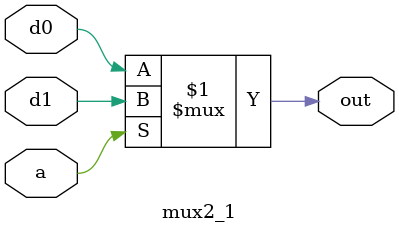
<source format=v>
module sign_extend(in, out);
  input [15:0] in;
  output [31:0] out;

  assign out = {{16{in[15]}}, in};
endmodule

//Расширение 26-битной константы до 32-битной
module extend(input [25:0] in, output [31:0] out);
  assign out = {{6{in[25]}}, in};
endmodule

// модуль, который реализует побитовый сдвиг числа
// влево на 2 бита
module shl_2(in, out);
  input [31:0] in;
  output [31:0] out;

  assign out = {in[29:0], 2'b00};
endmodule

// 32 битный сумматор
module adder(a, b, out);
  input [31:0] a, b;
  output [31:0] out;

  assign out = a + b;
endmodule

// 32-битный мультиплексор
module mux2_32(d0, d1, a, out);
  input [31:0] d0, d1;
  input a;
  output [31:0] out;
  assign out = a ? d1 : d0;
endmodule

// 5 - битный мультиплексор
module mux2_5(d0, d1, a, out);
  input [4:0] d0, d1;
  input a;
  output [4:0] out;
  assign out = a ? d1 : d0;
endmodule

// Арифметико-логическое устройство
module alu(
    input signed [31:0] a, b,
    input [2:0] control,
    output reg [31:0] result,
    output reg zero
);

    always @* begin
        case (control)
            3'b000: result = a & b;
            3'b001: result = a | b;
            3'b010: result = a + b;
            3'b100: result = a & (~b);
            3'b101: result = a | (~b);
            3'b110: result = a - b;
            3'b111: result = (a < b) ? 1 : 0;
            default: result = 32'b0;
        endcase
    end

    always @(result) begin
        zero = (result == 0) ? 1 : 0;
    end
endmodule


module and_gate(input a, input b, output y);
  assign y = a & b;
endmodule


module mux2_1(d0, d1, a, out);
  input d0, d1;
  input a;
  output out;
  assign out = a ? d1 : d0;
endmodule



</source>
